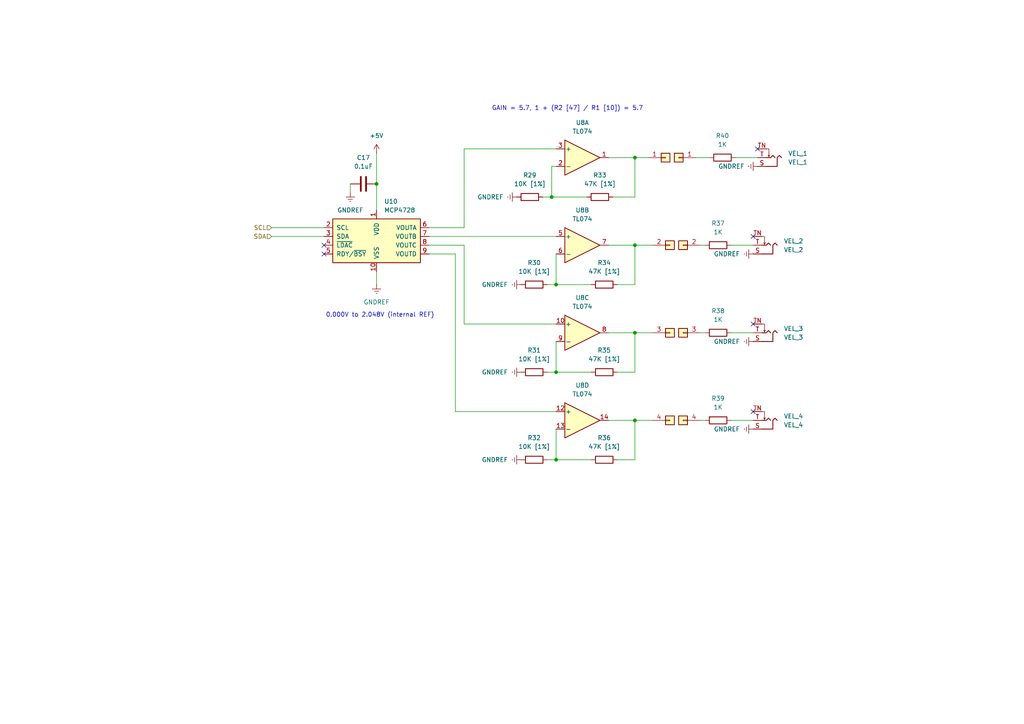
<source format=kicad_sch>
(kicad_sch (version 20231120) (generator "eeschema") (generator_version "8.0")
  (paper "A4")
  (lib_symbols
    (symbol "Amplifier_Operational:TL074" (pin_names (offset 0.127))
      (property "Reference" "U" (at 0 5.08 0))
      (property "Value" "TL074" (at 0 -5.08 0))
      (symbol "TL074_1_1"
        (polyline (pts (xy -5.08 5.08) (xy 5.08 0) (xy -5.08 -5.08) (xy -5.08 5.08)) (stroke (width 0.254)) (fill (type background)))
        (pin output line (at 7.62 0 180) (length 2.54) (name "~") (number "1"))
        (pin input line (at -7.62 -2.54 0) (length 2.54) (name "-") (number "2"))
        (pin input line (at -7.62 2.54 0) (length 2.54) (name "+") (number "3"))
      )
      (symbol "TL074_2_1"
        (polyline (pts (xy -5.08 5.08) (xy 5.08 0) (xy -5.08 -5.08) (xy -5.08 5.08)) (stroke (width 0.254)) (fill (type background)))
        (pin input line (at -7.62 2.54 0) (length 2.54) (name "+") (number "5"))
        (pin input line (at -7.62 -2.54 0) (length 2.54) (name "-") (number "6"))
        (pin output line (at 7.62 0 180) (length 2.54) (name "~") (number "7"))
      )
      (symbol "TL074_3_1"
        (polyline (pts (xy -5.08 5.08) (xy 5.08 0) (xy -5.08 -5.08) (xy -5.08 5.08)) (stroke (width 0.254)) (fill (type background)))
        (pin input line (at -7.62 2.54 0) (length 2.54) (name "+") (number "10"))
        (pin output line (at 7.62 0 180) (length 2.54) (name "~") (number "8"))
        (pin input line (at -7.62 -2.54 0) (length 2.54) (name "-") (number "9"))
      )
      (symbol "TL074_4_1"
        (polyline (pts (xy -5.08 5.08) (xy 5.08 0) (xy -5.08 -5.08) (xy -5.08 5.08)) (stroke (width 0.254)) (fill (type background)))
        (pin input line (at -7.62 2.54 0) (length 2.54) (name "+") (number "12"))
        (pin input line (at -7.62 -2.54 0) (length 2.54) (name "-") (number "13"))
        (pin output line (at 7.62 0 180) (length 2.54) (name "~") (number "14"))
      )
      (symbol "TL074_5_1"
        (pin power_in line (at -2.54 -7.62 90) (length 3.81) (name "V-") (number "11"))
        (pin power_in line (at -2.54 7.62 270) (length 3.81) (name "V+") (number "4"))
      )
    )
    (symbol "Analog_DAC:MCP4728" (pin_names (offset 1.016))
      (property "Reference" "U" (at -12.7 6.35 0))
      (property "Value" "MCP4728" (at 12.7 6.35 0))
      (symbol "MCP4728_0_1"
        (rectangle (start -12.7 5.08) (end 12.7 -7.62) (stroke (width 0.254)) (fill (type background)))
      )
      (symbol "MCP4728_1_1"
        (pin power_in line (at 0 7.62 270) (length 2.54) (name "VDD") (number "1"))
        (pin power_in line (at 0 -10.16 90) (length 2.54) (name "VSS") (number "10"))
        (pin input line (at -15.24 2.54 0) (length 2.54) (name "SCL") (number "2"))
        (pin bidirectional line (at -15.24 0 0) (length 2.54) (name "SDA") (number "3"))
        (pin input line (at -15.24 -2.54 0) (length 2.54) (name "~{LDAC}") (number "4"))
        (pin output line (at -15.24 -5.08 0) (length 2.54) (name "RDY/~{BSY}") (number "5"))
        (pin output line (at 15.24 2.54 180) (length 2.54) (name "VOUTA") (number "6"))
        (pin output line (at 15.24 0 180) (length 2.54) (name "VOUTB") (number "7"))
        (pin output line (at 15.24 -2.54 180) (length 2.54) (name "VOUTC") (number "8"))
        (pin output line (at 15.24 -5.08 180) (length 2.54) (name "VOUTD") (number "9"))
      )
    )
    (symbol "Device:C" (pin_numbers hide) (pin_names (offset 0.254))
      (property "Reference" "C" (at 0.635 2.54 0))
      (property "Value" "C" (at 0.635 -2.54 0))
      (symbol "C_0_1"
        (polyline (pts (xy -2.032 -0.762) (xy 2.032 -0.762)) (stroke (width 0.508)))
        (polyline (pts (xy -2.032 0.762) (xy 2.032 0.762)) (stroke (width 0.508)))
      )
      (symbol "C_1_1"
        (pin passive line (at 0 3.81 270) (length 2.794) (name "~") (number "1"))
        (pin passive line (at 0 -3.81 90) (length 2.794) (name "~") (number "2"))
      )
    )
    (symbol "Device:R" (pin_numbers hide) (pin_names (offset 0))
      (property "Reference" "R" (at 2.032 0 90))
      (property "Value" "R" (at 0 0 90))
      (symbol "R_0_1"
        (rectangle (start -1.016 -2.54) (end 1.016 2.54) (stroke (width 0.254)))
      )
      (symbol "R_1_1"
        (pin passive line (at 0 3.81 270) (length 1.27) (name "~") (number "1"))
        (pin passive line (at 0 -3.81 90) (length 1.27) (name "~") (number "2"))
      )
    )
    (symbol "power:+5V" (power) (pin_numbers hide) (pin_names (offset 0) hide)
      (property "Value" "+5V" (at 0 3.556 0))
      (symbol "+5V_0_1"
        (polyline (pts (xy -0.762 1.27) (xy 0 2.54)))
        (polyline (pts (xy 0 0) (xy 0 2.54)))
        (polyline (pts (xy 0 2.54) (xy 0.762 1.27)))
      )
      (symbol "+5V_1_1"
        (pin power_in line (at 0 0 90) (length 0) (name "~") (number "1"))
      )
    )
    (symbol "power:GNDREF" (power) (pin_numbers hide) (pin_names (offset 0) hide)
      (property "Value" "GNDREF" (at 0 -3.81 0))
      (symbol "GNDREF_0_1"
        (polyline (pts (xy -0.635 -1.905) (xy 0.635 -1.905)))
        (polyline (pts (xy -0.127 -2.54) (xy 0.127 -2.54)))
        (polyline (pts (xy 0 -1.27) (xy 0 0)))
        (polyline (pts (xy 1.27 -1.27) (xy -1.27 -1.27)))
      )
      (symbol "GNDREF_1_1"
        (pin power_in line (at 0 0 270) (length 0) (name "~") (number "1"))
      )
    )
    (symbol "synth:AudioJack_Mono_3.5mm"
      (property "Reference" "J" (at 0 8.89 0))
      (property "Value" "AudioJack_Mono_3.5mm" (at 0 6.35 0))
      (symbol "AudioJack_Mono_3.5mm_0_1"
        (polyline (pts (xy 1.778 -0.254) (xy 2.032 -0.762)))
        (polyline (pts (xy 0 0) (xy 0.635 -0.635) (xy 1.27 0) (xy 2.54 0)) (stroke (width 0.254)))
        (polyline (pts (xy 2.54 -2.54) (xy 1.778 -2.54) (xy 1.778 -0.254) (xy 1.524 -0.762)))
        (polyline (pts (xy 2.54 2.54) (xy -0.635 2.54) (xy -0.635 0) (xy -1.27 -0.635) (xy -1.905 0)) (stroke (width 0.254)))
      )
      (symbol "AudioJack_Mono_3.5mm_1_1"
        (pin passive line (at 5.08 2.54 180) (length 2.54) (name "~") (number "S"))
        (pin passive line (at 5.08 0 180) (length 2.54) (name "~") (number "T"))
        (pin passive line (at 5.08 -2.54 180) (length 2.54) (name "~") (number "TN"))
      )
    )
    (symbol "synth:PinHeader_01x04" (pin_names (offset 1.016) hide)
      (property "Reference" "H" (at 0 2.54 0))
      (property "Value" "PinHeader_01x04" (at 0 -2.54 0))
      (symbol "PinHeader_01x04_1_1"
        (rectangle (start -1.27 0.127) (end 0 -0.127) (stroke (width 0.1524)))
        (rectangle (start -1.27 1.27) (end 1.27 -1.27) (stroke (width 0.254)) (fill (type background)))
        (pin passive line (at -5.08 0 0) (length 3.81) (name "Pin_1") (number "1"))
      )
      (symbol "PinHeader_01x04_2_1"
        (rectangle (start -1.27 0.127) (end 0 -0.127) (stroke (width 0.1524)))
        (rectangle (start -1.27 1.27) (end 1.27 -1.27) (stroke (width 0.254)) (fill (type background)))
        (pin passive line (at -5.08 0 0) (length 3.81) (name "Pin_2") (number "2"))
      )
      (symbol "PinHeader_01x04_3_1"
        (rectangle (start -1.27 0.127) (end 0 -0.127) (stroke (width 0.1524)))
        (rectangle (start -1.27 1.27) (end 1.27 -1.27) (stroke (width 0.254)) (fill (type background)))
        (pin passive line (at -5.08 0 0) (length 3.81) (name "Pin_3") (number "3"))
      )
      (symbol "PinHeader_01x04_4_1"
        (rectangle (start -1.27 0.127) (end 0 -0.127) (stroke (width 0.1524)))
        (rectangle (start -1.27 1.27) (end 1.27 -1.27) (stroke (width 0.254)) (fill (type background)))
        (pin passive line (at -5.08 0 0) (length 3.81) (name "Pin_4") (number "4"))
      )
    )
    (symbol "synth:PinSocket_01x04" (pin_names (offset 1.016) hide)
      (property "Reference" "H" (at 0 2.54 0))
      (property "Value" "PinSocket_01x04" (at 0 -2.54 0))
      (symbol "PinSocket_01x04_1_1"
        (rectangle (start -1.27 0.127) (end 0 -0.127) (stroke (width 0.1524)))
        (rectangle (start -1.27 1.27) (end 1.27 -1.27) (stroke (width 0.254)) (fill (type background)))
        (pin passive line (at -5.08 0 0) (length 3.81) (name "Pin_1") (number "1"))
      )
      (symbol "PinSocket_01x04_2_1"
        (rectangle (start -1.27 0.127) (end 0 -0.127) (stroke (width 0.1524)))
        (rectangle (start -1.27 1.27) (end 1.27 -1.27) (stroke (width 0.254)) (fill (type background)))
        (pin passive line (at -5.08 0 0) (length 3.81) (name "Pin_2") (number "2"))
      )
      (symbol "PinSocket_01x04_3_1"
        (rectangle (start -1.27 0.127) (end 0 -0.127) (stroke (width 0.1524)))
        (rectangle (start -1.27 1.27) (end 1.27 -1.27) (stroke (width 0.254)) (fill (type background)))
        (pin passive line (at -5.08 0 0) (length 3.81) (name "Pin_3") (number "3"))
      )
      (symbol "PinSocket_01x04_4_1"
        (rectangle (start -1.27 0.127) (end 0 -0.127) (stroke (width 0.1524)))
        (rectangle (start -1.27 1.27) (end 1.27 -1.27) (stroke (width 0.254)) (fill (type background)))
        (pin passive line (at -5.08 0 0) (length 3.81) (name "Pin_4") (number "4"))
      )
    )
  )
  (junction (at 184.15 121.92))
  (junction (at 161.29 82.55))
  (junction (at 184.15 96.52))
  (junction (at 184.15 45.72))
  (junction (at 109.22 53.34))
  (junction (at 161.29 107.95))
  (junction (at 184.15 71.12))
  (junction (at 160.02 57.15))
  (junction (at 161.29 133.35))
  (no_connect (at 218.44 119.38))
  (no_connect (at 218.44 93.98))
  (no_connect (at 218.44 68.58))
  (no_connect (at 93.98 73.66))
  (no_connect (at 219.71 43.18))
  (no_connect (at 93.98 71.12))
  (wire (pts (xy 134.62 66.04) (xy 134.62 43.18)))
  (wire (pts (xy 124.46 73.66) (xy 132.08 73.66)))
  (wire (pts (xy 160.02 57.15) (xy 170.18 57.15)))
  (wire (pts (xy 184.15 133.35) (xy 179.07 133.35)))
  (wire (pts (xy 161.29 133.35) (xy 161.29 124.46)))
  (wire (pts (xy 203.2 71.12) (xy 204.47 71.12)))
  (wire (pts (xy 161.29 82.55) (xy 161.29 73.66)))
  (wire (pts (xy 134.62 43.18) (xy 161.29 43.18)))
  (wire (pts (xy 184.15 96.52) (xy 189.23 96.52)))
  (wire (pts (xy 109.22 82.55) (xy 109.22 78.74)))
  (wire (pts (xy 184.15 107.95) (xy 179.07 107.95)))
  (wire (pts (xy 160.02 57.15) (xy 160.02 48.26)))
  (wire (pts (xy 201.93 45.72) (xy 205.74 45.72)))
  (wire (pts (xy 184.15 45.72) (xy 184.15 57.15)))
  (wire (pts (xy 184.15 82.55) (xy 179.07 82.55)))
  (wire (pts (xy 176.53 71.12) (xy 184.15 71.12)))
  (wire (pts (xy 184.15 121.92) (xy 189.23 121.92)))
  (wire (pts (xy 203.2 121.92) (xy 204.47 121.92)))
  (wire (pts (xy 132.08 73.66) (xy 132.08 119.38)))
  (wire (pts (xy 158.75 133.35) (xy 161.29 133.35)))
  (wire (pts (xy 212.09 96.52) (xy 218.44 96.52)))
  (wire (pts (xy 161.29 82.55) (xy 171.45 82.55)))
  (wire (pts (xy 176.53 96.52) (xy 184.15 96.52)))
  (wire (pts (xy 184.15 96.52) (xy 184.15 107.95)))
  (wire (pts (xy 161.29 133.35) (xy 171.45 133.35)))
  (wire (pts (xy 134.62 93.98) (xy 161.29 93.98)))
  (wire (pts (xy 184.15 71.12) (xy 189.23 71.12)))
  (wire (pts (xy 134.62 71.12) (xy 134.62 93.98)))
  (wire (pts (xy 213.36 45.72) (xy 219.71 45.72)))
  (wire (pts (xy 124.46 68.58) (xy 161.29 68.58)))
  (wire (pts (xy 212.09 71.12) (xy 218.44 71.12)))
  (wire (pts (xy 124.46 66.04) (xy 134.62 66.04)))
  (wire (pts (xy 184.15 45.72) (xy 187.96 45.72)))
  (wire (pts (xy 212.09 121.92) (xy 218.44 121.92)))
  (wire (pts (xy 176.53 45.72) (xy 184.15 45.72)))
  (wire (pts (xy 78.74 66.04) (xy 93.98 66.04)))
  (wire (pts (xy 160.02 48.26) (xy 161.29 48.26)))
  (wire (pts (xy 158.75 107.95) (xy 161.29 107.95)))
  (wire (pts (xy 203.2 96.52) (xy 204.47 96.52)))
  (wire (pts (xy 109.22 53.34) (xy 109.22 60.96)))
  (wire (pts (xy 158.75 82.55) (xy 161.29 82.55)))
  (wire (pts (xy 176.53 121.92) (xy 184.15 121.92)))
  (wire (pts (xy 132.08 119.38) (xy 161.29 119.38)))
  (wire (pts (xy 109.22 44.45) (xy 109.22 53.34)))
  (wire (pts (xy 184.15 57.15) (xy 177.8 57.15)))
  (wire (pts (xy 157.48 57.15) (xy 160.02 57.15)))
  (wire (pts (xy 161.29 107.95) (xy 161.29 99.06)))
  (wire (pts (xy 184.15 121.92) (xy 184.15 133.35)))
  (wire (pts (xy 101.6 53.34) (xy 101.6 55.88)))
  (wire (pts (xy 184.15 71.12) (xy 184.15 82.55)))
  (wire (pts (xy 161.29 107.95) (xy 171.45 107.95)))
  (wire (pts (xy 124.46 71.12) (xy 134.62 71.12)))
  (wire (pts (xy 78.74 68.58) (xy 93.98 68.58)))
  (text "0.000V to 2.048V (internal REF)" (at 110.236 91.44 0) (effects (font (size 1.27 1.27))))
  (text "GAIN = 5.7, 1 + (R2 [47] / R1 [10]) = 5.7" (at 164.592 31.496 0) (effects (font (size 1.27 1.27))))
  (hierarchical_label "SDA" (shape input) (at 78.74 68.58 180))
  (hierarchical_label "SCL" (shape input) (at 78.74 66.04 180))
  (symbol (lib_id "Amplifier_Operational:TL074") (at 168.91 45.72 0) (unit 1)
    (property "Reference" "U8" (at 168.91 35.56 0))
    (property "Value" "TL074" (at 168.91 38.1 0))
    (property "Footprint" "Package_SO:SOIC-14_3.9x8.7mm_P1.27mm" (effects (hide yes)))
    (property "Datasheet" "http://www.ti.com/lit/ds/symlink/tl071.pdf" (effects (hide yes)))
    (property "Description" "Quad Low-Noise JFET-Input Operational Amplifiers, DIP-14/SOIC-14" (effects (hide yes)))
  )
  (symbol (lib_id "power:GNDREF") (at 151.13 107.95 270) (unit 1)
    (property "Reference" "#PWR065" (effects (hide yes)))
    (property "Value" "GNDREF" (at 147.32 107.9499 90) (effects (justify right)))
    (property "Description" "Power symbol creates a global label with name \"GNDREF\" , reference supply ground" (effects (hide yes)))
  )
  (symbol (lib_id "Amplifier_Operational:TL074") (at 168.91 121.92 0) (unit 4)
    (property "Reference" "U8" (at 168.91 111.76 0))
    (property "Value" "TL074" (at 168.91 114.3 0))
    (property "Footprint" "Package_SO:SOIC-14_3.9x8.7mm_P1.27mm" (effects (hide yes)))
    (property "Datasheet" "http://www.ti.com/lit/ds/symlink/tl071.pdf" (effects (hide yes)))
    (property "Description" "Quad Low-Noise JFET-Input Operational Amplifiers, DIP-14/SOIC-14" (effects (hide yes)))
  )
  (symbol (lib_id "power:GNDREF") (at 219.71 48.26 270) (unit 1)
    (property "Reference" "#PWR070" (effects (hide yes)))
    (property "Value" "GNDREF" (at 215.9 48.2599 90) (effects (justify right)))
    (property "Description" "Power symbol creates a global label with name \"GNDREF\" , reference supply ground" (effects (hide yes)))
  )
  (symbol (lib_id "power:GNDREF") (at 218.44 73.66 270) (unit 1)
    (property "Reference" "#PWR067" (effects (hide yes)))
    (property "Value" "GNDREF" (at 214.63 73.6599 90) (effects (justify right)))
    (property "Description" "Power symbol creates a global label with name \"GNDREF\" , reference supply ground" (effects (hide yes)))
  )
  (symbol (lib_id "synth:PinSocket_01x04") (at 194.31 71.12 0) (unit 2)
    (property "Reference" "H10" (effects (hide yes)))
    (property "Value" "PinSocket_01x04" (effects (hide yes)))
    (property "Footprint" "Synth:PinSocket_1x04_P2.54mm_Vertical" (effects (hide yes)))
    (property "Description" "Generic connector, single row, 01x01, script generated (kicad-library-utils/schlib/autogen/connector/)" (effects (hide yes)))
  )
  (symbol (lib_id "power:GNDREF") (at 109.22 82.55 0) (unit 1)
    (property "Reference" "#PWR062" (effects (hide yes)))
    (property "Value" "GNDREF" (at 109.22 87.63 0))
    (property "Description" "Power symbol creates a global label with name \"GNDREF\" , reference supply ground" (effects (hide yes)))
  )
  (symbol (lib_id "Device:R") (at 154.94 133.35 90) (unit 1)
    (property "Reference" "R32" (at 154.94 127 90))
    (property "Value" "10K [1%]" (at 154.94 129.54 90))
    (property "Footprint" "Resistor_SMD:R_0805_2012Metric_Pad1.20x1.40mm_HandSolder" (effects (hide yes)))
    (property "Description" "Resistor" (effects (hide yes)))
  )
  (symbol (lib_id "synth:PinHeader_01x04") (at 198.12 96.52 180) (unit 3)
    (property "Reference" "H11" (effects (hide yes)))
    (property "Value" "PinHeader_01x04" (effects (hide yes)))
    (property "Footprint" "Synth:PinHeader_1x04_P2.54mm_Vertical" (effects (hide yes)))
    (property "Description" "Generic connector, single row, 01x01, script generated (kicad-library-utils/schlib/autogen/connector/)" (effects (hide yes)))
  )
  (symbol (lib_id "power:GNDREF") (at 218.44 99.06 270) (unit 1)
    (property "Reference" "#PWR068" (effects (hide yes)))
    (property "Value" "GNDREF" (at 214.63 99.0599 90) (effects (justify right)))
    (property "Description" "Power symbol creates a global label with name \"GNDREF\" , reference supply ground" (effects (hide yes)))
  )
  (symbol (lib_id "synth:PinHeader_01x04") (at 198.12 71.12 180) (unit 2)
    (property "Reference" "H11" (effects (hide yes)))
    (property "Value" "PinHeader_01x04" (effects (hide yes)))
    (property "Footprint" "Synth:PinHeader_1x04_P2.54mm_Vertical" (effects (hide yes)))
    (property "Description" "Generic connector, single row, 01x01, script generated (kicad-library-utils/schlib/autogen/connector/)" (effects (hide yes)))
  )
  (symbol (lib_id "synth:PinSocket_01x04") (at 194.31 96.52 0) (unit 3)
    (property "Reference" "H10" (effects (hide yes)))
    (property "Value" "PinSocket_01x04" (effects (hide yes)))
    (property "Footprint" "Synth:PinSocket_1x04_P2.54mm_Vertical" (effects (hide yes)))
    (property "Description" "Generic connector, single row, 01x01, script generated (kicad-library-utils/schlib/autogen/connector/)" (effects (hide yes)))
  )
  (symbol (lib_id "synth:PinSocket_01x04") (at 193.04 45.72 0) (unit 1)
    (property "Reference" "H10" (effects (hide yes)))
    (property "Value" "PinSocket_01x04" (effects (hide yes)))
    (property "Footprint" "Synth:PinSocket_1x04_P2.54mm_Vertical" (effects (hide yes)))
    (property "Description" "Generic connector, single row, 01x01, script generated (kicad-library-utils/schlib/autogen/connector/)" (effects (hide yes)))
  )
  (symbol (lib_id "Device:R") (at 175.26 82.55 90) (unit 1)
    (property "Reference" "R34" (at 175.26 76.2 90))
    (property "Value" "47K [1%]" (at 175.26 78.74 90))
    (property "Footprint" "Resistor_SMD:R_0805_2012Metric_Pad1.20x1.40mm_HandSolder" (effects (hide yes)))
    (property "Description" "Resistor" (effects (hide yes)))
  )
  (symbol (lib_id "power:GNDREF") (at 218.44 124.46 270) (unit 1)
    (property "Reference" "#PWR069" (effects (hide yes)))
    (property "Value" "GNDREF" (at 214.63 124.4599 90) (effects (justify right)))
    (property "Description" "Power symbol creates a global label with name \"GNDREF\" , reference supply ground" (effects (hide yes)))
  )
  (symbol (lib_id "synth:AudioJack_Mono_3.5mm") (at 224.79 45.72 180) (unit 1)
    (property "Reference" "VEL_1" (at 228.6 44.5134 0) (effects (justify right)))
    (property "Value" "VEL_1" (at 228.6 47.0534 0) (effects (justify right)))
    (property "Footprint" "Synth:Jack_3.5mm_QingPu_WQP-PJ398SM_Vertical_CircularHoles" (effects (hide yes)))
    (property "Description" "Audio Jack, 2 Poles (Mono / TS), Switched T Pole (Normalling)" (effects (hide yes)))
  )
  (symbol (lib_id "synth:AudioJack_Mono_3.5mm") (at 223.52 121.92 180) (unit 1)
    (property "Reference" "VEL_4" (at 227.33 120.7134 0) (effects (justify right)))
    (property "Value" "VEL_4" (at 227.33 123.2534 0) (effects (justify right)))
    (property "Footprint" "Synth:Jack_3.5mm_QingPu_WQP-PJ398SM_Vertical_CircularHoles" (effects (hide yes)))
    (property "Description" "Audio Jack, 2 Poles (Mono / TS), Switched T Pole (Normalling)" (effects (hide yes)))
  )
  (symbol (lib_id "Device:R") (at 208.28 96.52 90) (unit 1)
    (property "Reference" "R38" (at 208.28 90.17 90))
    (property "Value" "1K" (at 208.28 92.71 90))
    (property "Footprint" "Resistor_SMD:R_0805_2012Metric_Pad1.20x1.40mm_HandSolder" (effects (hide yes)))
    (property "Description" "Resistor" (effects (hide yes)))
  )
  (symbol (lib_id "power:GNDREF") (at 151.13 133.35 270) (unit 1)
    (property "Reference" "#PWR066" (effects (hide yes)))
    (property "Value" "GNDREF" (at 147.32 133.3499 90) (effects (justify right)))
    (property "Description" "Power symbol creates a global label with name \"GNDREF\" , reference supply ground" (effects (hide yes)))
  )
  (symbol (lib_id "synth:AudioJack_Mono_3.5mm") (at 223.52 71.12 180) (unit 1)
    (property "Reference" "VEL_2" (at 227.33 69.9134 0) (effects (justify right)))
    (property "Value" "VEL_2" (at 227.33 72.4534 0) (effects (justify right)))
    (property "Footprint" "Synth:Jack_3.5mm_QingPu_WQP-PJ398SM_Vertical_CircularHoles" (effects (hide yes)))
    (property "Description" "Audio Jack, 2 Poles (Mono / TS), Switched T Pole (Normalling)" (effects (hide yes)))
  )
  (symbol (lib_id "Device:R") (at 208.28 121.92 90) (unit 1)
    (property "Reference" "R39" (at 208.28 115.57 90))
    (property "Value" "1K" (at 208.28 118.11 90))
    (property "Footprint" "Resistor_SMD:R_0805_2012Metric_Pad1.20x1.40mm_HandSolder" (effects (hide yes)))
    (property "Description" "Resistor" (effects (hide yes)))
  )
  (symbol (lib_id "power:+5V") (at 109.22 44.45 0) (unit 1)
    (property "Reference" "#PWR061" (effects (hide yes)))
    (property "Value" "+5V" (at 109.22 39.37 0))
    (property "Description" "Power symbol creates a global label with name \"+5V\"" (effects (hide yes)))
  )
  (symbol (lib_id "Device:R") (at 154.94 107.95 90) (unit 1)
    (property "Reference" "R31" (at 154.94 101.6 90))
    (property "Value" "10K [1%]" (at 154.94 104.14 90))
    (property "Footprint" "Resistor_SMD:R_0805_2012Metric_Pad1.20x1.40mm_HandSolder" (effects (hide yes)))
    (property "Description" "Resistor" (effects (hide yes)))
  )
  (symbol (lib_id "Device:R") (at 175.26 133.35 90) (unit 1)
    (property "Reference" "R36" (at 175.26 127 90))
    (property "Value" "47K [1%]" (at 175.26 129.54 90))
    (property "Footprint" "Resistor_SMD:R_0805_2012Metric_Pad1.20x1.40mm_HandSolder" (effects (hide yes)))
    (property "Description" "Resistor" (effects (hide yes)))
  )
  (symbol (lib_id "Analog_DAC:MCP4728") (at 109.22 68.58 0) (unit 1)
    (property "Reference" "U10" (at 111.4141 58.42 0) (effects (justify left)))
    (property "Value" "MCP4728" (at 111.4141 60.96 0) (effects (justify left)))
    (property "Footprint" "Package_SO:MSOP-10_3x3mm_P0.5mm" (effects (hide yes)))
    (property "Datasheet" "http://ww1.microchip.com/downloads/en/DeviceDoc/22187E.pdf" (effects (hide yes)))
    (property "Description" "12-bit digital to analog converter, quad output, 2.048V internal reference, integrated EEPROM, I2C interface" (effects (hide yes)))
  )
  (symbol (lib_id "Amplifier_Operational:TL074") (at 168.91 96.52 0) (unit 3)
    (property "Reference" "U8" (at 168.91 86.36 0))
    (property "Value" "TL074" (at 168.91 88.9 0))
    (property "Footprint" "Package_SO:SOIC-14_3.9x8.7mm_P1.27mm" (effects (hide yes)))
    (property "Datasheet" "http://www.ti.com/lit/ds/symlink/tl071.pdf" (effects (hide yes)))
    (property "Description" "Quad Low-Noise JFET-Input Operational Amplifiers, DIP-14/SOIC-14" (effects (hide yes)))
  )
  (symbol (lib_id "Device:R") (at 209.55 45.72 90) (unit 1)
    (property "Reference" "R40" (at 209.55 39.37 90))
    (property "Value" "1K" (at 209.55 41.91 90))
    (property "Footprint" "Resistor_SMD:R_0805_2012Metric_Pad1.20x1.40mm_HandSolder" (effects (hide yes)))
    (property "Description" "Resistor" (effects (hide yes)))
  )
  (symbol (lib_id "synth:AudioJack_Mono_3.5mm") (at 223.52 96.52 180) (unit 1)
    (property "Reference" "VEL_3" (at 227.33 95.3134 0) (effects (justify right)))
    (property "Value" "VEL_3" (at 227.33 97.8534 0) (effects (justify right)))
    (property "Footprint" "Synth:Jack_3.5mm_QingPu_WQP-PJ398SM_Vertical_CircularHoles" (effects (hide yes)))
    (property "Description" "Audio Jack, 2 Poles (Mono / TS), Switched T Pole (Normalling)" (effects (hide yes)))
  )
  (symbol (lib_id "Device:R") (at 173.99 57.15 90) (unit 1)
    (property "Reference" "R33" (at 173.99 50.8 90))
    (property "Value" "47K [1%]" (at 173.99 53.34 90))
    (property "Footprint" "Resistor_SMD:R_0805_2012Metric_Pad1.20x1.40mm_HandSolder" (effects (hide yes)))
    (property "Description" "Resistor" (effects (hide yes)))
  )
  (symbol (lib_id "power:GNDREF") (at 151.13 82.55 270) (unit 1)
    (property "Reference" "#PWR064" (effects (hide yes)))
    (property "Value" "GNDREF" (at 147.32 82.5499 90) (effects (justify right)))
    (property "Description" "Power symbol creates a global label with name \"GNDREF\" , reference supply ground" (effects (hide yes)))
  )
  (symbol (lib_id "power:GNDREF") (at 101.6 55.88 0) (unit 1)
    (property "Reference" "#PWR060" (effects (hide yes)))
    (property "Value" "GNDREF" (at 101.6 60.96 0))
    (property "Description" "Power symbol creates a global label with name \"GNDREF\" , reference supply ground" (effects (hide yes)))
  )
  (symbol (lib_id "power:GNDREF") (at 149.86 57.15 270) (unit 1)
    (property "Reference" "#PWR063" (effects (hide yes)))
    (property "Value" "GNDREF" (at 146.05 57.1499 90) (effects (justify right)))
    (property "Description" "Power symbol creates a global label with name \"GNDREF\" , reference supply ground" (effects (hide yes)))
  )
  (symbol (lib_id "Device:R") (at 153.67 57.15 90) (unit 1)
    (property "Reference" "R29" (at 153.67 50.8 90))
    (property "Value" "10K [1%]" (at 153.67 53.34 90))
    (property "Footprint" "Resistor_SMD:R_0805_2012Metric_Pad1.20x1.40mm_HandSolder" (effects (hide yes)))
    (property "Description" "Resistor" (effects (hide yes)))
  )
  (symbol (lib_id "Device:R") (at 154.94 82.55 90) (unit 1)
    (property "Reference" "R30" (at 154.94 76.2 90))
    (property "Value" "10K [1%]" (at 154.94 78.74 90))
    (property "Footprint" "Resistor_SMD:R_0805_2012Metric_Pad1.20x1.40mm_HandSolder" (effects (hide yes)))
    (property "Description" "Resistor" (effects (hide yes)))
  )
  (symbol (lib_id "Device:R") (at 208.28 71.12 90) (unit 1)
    (property "Reference" "R37" (at 208.28 64.77 90))
    (property "Value" "1K" (at 208.28 67.31 90))
    (property "Footprint" "Resistor_SMD:R_0805_2012Metric_Pad1.20x1.40mm_HandSolder" (effects (hide yes)))
    (property "Description" "Resistor" (effects (hide yes)))
  )
  (symbol (lib_id "synth:PinHeader_01x04") (at 196.85 45.72 180) (unit 1)
    (property "Reference" "H11" (effects (hide yes)))
    (property "Value" "PinHeader_01x04" (effects (hide yes)))
    (property "Footprint" "Synth:PinHeader_1x04_P2.54mm_Vertical" (effects (hide yes)))
    (property "Description" "Generic connector, single row, 01x01, script generated (kicad-library-utils/schlib/autogen/connector/)" (effects (hide yes)))
  )
  (symbol (lib_id "synth:PinHeader_01x04") (at 198.12 121.92 180) (unit 4)
    (property "Reference" "H11" (effects (hide yes)))
    (property "Value" "PinHeader_01x04" (effects (hide yes)))
    (property "Footprint" "Synth:PinHeader_1x04_P2.54mm_Vertical" (effects (hide yes)))
    (property "Description" "Generic connector, single row, 01x01, script generated (kicad-library-utils/schlib/autogen/connector/)" (effects (hide yes)))
  )
  (symbol (lib_id "Amplifier_Operational:TL074") (at 168.91 71.12 0) (unit 2)
    (property "Reference" "U8" (at 168.91 60.96 0))
    (property "Value" "TL074" (at 168.91 63.5 0))
    (property "Footprint" "Package_SO:SOIC-14_3.9x8.7mm_P1.27mm" (effects (hide yes)))
    (property "Datasheet" "http://www.ti.com/lit/ds/symlink/tl071.pdf" (effects (hide yes)))
    (property "Description" "Quad Low-Noise JFET-Input Operational Amplifiers, DIP-14/SOIC-14" (effects (hide yes)))
  )
  (symbol (lib_id "Device:R") (at 175.26 107.95 90) (unit 1)
    (property "Reference" "R35" (at 175.26 101.6 90))
    (property "Value" "47K [1%]" (at 175.26 104.14 90))
    (property "Footprint" "Resistor_SMD:R_0805_2012Metric_Pad1.20x1.40mm_HandSolder" (effects (hide yes)))
    (property "Description" "Resistor" (effects (hide yes)))
  )
  (symbol (lib_id "synth:PinSocket_01x04") (at 194.31 121.92 0) (unit 4)
    (property "Reference" "H10" (effects (hide yes)))
    (property "Value" "PinSocket_01x04" (effects (hide yes)))
    (property "Footprint" "Synth:PinSocket_1x04_P2.54mm_Vertical" (effects (hide yes)))
    (property "Description" "Generic connector, single row, 01x01, script generated (kicad-library-utils/schlib/autogen/connector/)" (effects (hide yes)))
  )
  (symbol (lib_id "Device:C") (at 105.41 53.34 90) (unit 1)
    (property "Reference" "C17" (at 105.41 45.72 90))
    (property "Value" "0.1uF" (at 105.41 48.26 90))
    (property "Footprint" "Capacitor_SMD:C_0805_2012Metric_Pad1.18x1.45mm_HandSolder" (effects (hide yes)))
    (property "Description" "Unpolarized capacitor" (effects (hide yes)))
  )
)
</source>
